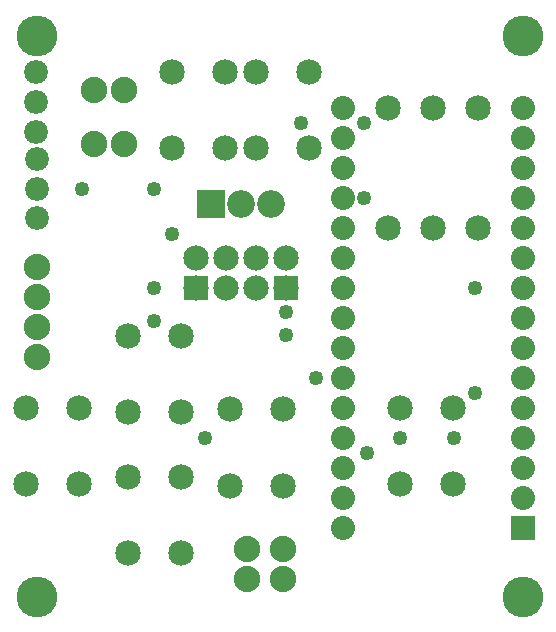
<source format=gts>
G04 MADE WITH FRITZING*
G04 WWW.FRITZING.ORG*
G04 DOUBLE SIDED*
G04 HOLES PLATED*
G04 CONTOUR ON CENTER OF CONTOUR VECTOR*
%ASAXBY*%
%FSLAX23Y23*%
%MOIN*%
%OFA0B0*%
%SFA1.0B1.0*%
%ADD10C,0.088000*%
%ADD11C,0.085000*%
%ADD12C,0.092000*%
%ADD13C,0.079444*%
%ADD14C,0.080000*%
%ADD15C,0.084472*%
%ADD16C,0.049370*%
%ADD17C,0.135984*%
%ADD18R,0.092000X0.092000*%
%ADD19R,0.079972X0.080000*%
%ADD20R,0.084472X0.084108*%
%LNMASK1*%
G90*
G70*
G54D10*
X797Y248D03*
X797Y148D03*
X917Y248D03*
X917Y148D03*
G54D11*
X238Y462D03*
X238Y718D03*
X61Y462D03*
X61Y718D03*
X238Y462D03*
X238Y718D03*
X61Y462D03*
X61Y718D03*
X400Y958D03*
X400Y702D03*
X577Y958D03*
X577Y702D03*
X400Y958D03*
X400Y702D03*
X577Y958D03*
X577Y702D03*
X400Y488D03*
X400Y232D03*
X577Y488D03*
X577Y232D03*
X400Y488D03*
X400Y232D03*
X577Y488D03*
X577Y232D03*
X740Y714D03*
X740Y458D03*
X917Y714D03*
X917Y458D03*
X740Y714D03*
X740Y458D03*
X917Y714D03*
X917Y458D03*
X1485Y462D03*
X1485Y718D03*
X1307Y462D03*
X1307Y718D03*
X1485Y462D03*
X1485Y718D03*
X1307Y462D03*
X1307Y718D03*
G54D12*
X676Y1398D03*
X776Y1398D03*
X876Y1398D03*
G54D13*
X97Y1548D03*
X97Y1448D03*
X97Y1349D03*
X94Y1836D03*
X94Y1736D03*
X94Y1636D03*
G54D14*
X1717Y318D03*
X1717Y418D03*
X1717Y518D03*
X1717Y618D03*
X1717Y718D03*
X1717Y818D03*
X1717Y918D03*
X1717Y1018D03*
X1717Y1118D03*
X1717Y1218D03*
X1717Y1318D03*
X1717Y1418D03*
X1717Y1518D03*
X1717Y1618D03*
X1717Y1718D03*
X1117Y318D03*
X1117Y418D03*
X1117Y518D03*
X1117Y618D03*
X1117Y718D03*
X1117Y818D03*
X1117Y918D03*
X1117Y1018D03*
X1117Y1118D03*
X1117Y1218D03*
X1117Y1318D03*
X1117Y1418D03*
X1117Y1518D03*
X1117Y1618D03*
X1117Y1718D03*
G54D11*
X1417Y1718D03*
X1417Y1318D03*
X1567Y1718D03*
X1567Y1318D03*
X1267Y1718D03*
X1267Y1318D03*
X725Y1582D03*
X725Y1838D03*
X547Y1582D03*
X547Y1838D03*
X725Y1582D03*
X725Y1838D03*
X547Y1582D03*
X547Y1838D03*
X1005Y1582D03*
X1005Y1838D03*
X827Y1582D03*
X827Y1838D03*
X1005Y1582D03*
X1005Y1838D03*
X827Y1582D03*
X827Y1838D03*
G54D15*
X928Y1118D03*
X928Y1218D03*
X827Y1118D03*
X827Y1218D03*
X727Y1118D03*
X727Y1218D03*
X626Y1118D03*
X626Y1218D03*
X928Y1118D03*
X928Y1218D03*
X827Y1118D03*
X827Y1218D03*
X727Y1118D03*
X727Y1218D03*
X626Y1118D03*
X626Y1218D03*
G54D10*
X287Y1598D03*
X387Y1598D03*
X287Y1778D03*
X387Y1778D03*
X97Y888D03*
X97Y988D03*
X97Y1088D03*
X97Y1188D03*
G54D16*
X547Y1298D03*
X1187Y1418D03*
X1027Y818D03*
X1197Y568D03*
X1557Y768D03*
X1557Y1118D03*
X487Y1448D03*
X247Y1448D03*
X657Y618D03*
G54D17*
X1717Y88D03*
X1717Y1958D03*
X97Y1958D03*
X97Y88D03*
G54D16*
X487Y1008D03*
X1307Y618D03*
X1487Y618D03*
X928Y1038D03*
X928Y959D03*
X977Y1668D03*
X1187Y1668D03*
X487Y1118D03*
G54D18*
X676Y1398D03*
G54D19*
X1717Y318D03*
G54D20*
X928Y1118D03*
X928Y1118D03*
X626Y1118D03*
G04 End of Mask1*
M02*
</source>
